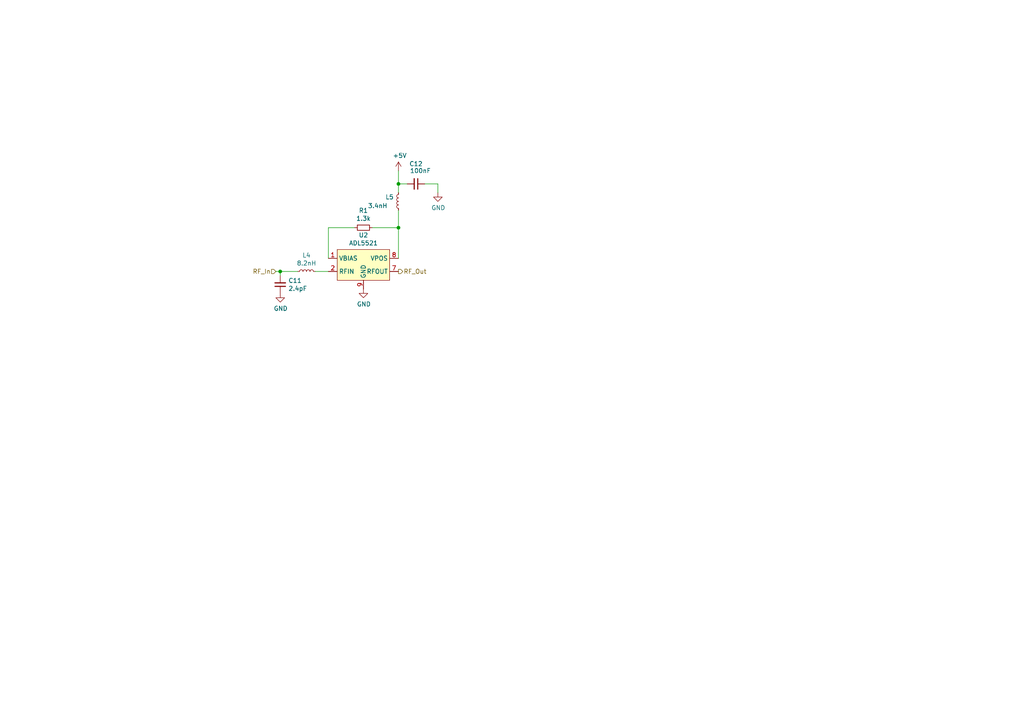
<source format=kicad_sch>
(kicad_sch (version 20211123) (generator eeschema)
  (paper "A4")
  (title_block (title "ADL5521 Amplifier Network") (date "2022-03-24") (rev "v2.0.0") (company "When HAMs Fly Senior Design Team") (comment 1 "https://github.com/MSTRocketDesignTeam/Avionics-Telemetry-PCB") (comment 2 "Board Revision 2") (comment 3 "Schematic depicting logical connections between components"))
  (lib_symbols
    (symbol "Device:C_Small" (pin_numbers hide) (pin_names (offset 0.254) hide)
      (property "Reference" "C" (at 0.254 1.778 0))
      (property "Value" "C_Small" (at 0.254 -2.032 0))
      (symbol "C_Small_0_1"
        (polyline (pts (xy -1.524 -0.508) (xy 1.524 -0.508)) (stroke (width 0.3302)))
        (polyline (pts (xy -1.524 0.508) (xy 1.524 0.508)) (stroke (width 0.3048)))
      )
      (symbol "C_Small_1_1"
        (pin passive line (at 0 2.54 270) (length 2.032) (name "~") (number "1"))
        (pin passive line (at 0 -2.54 90) (length 2.032) (name "~") (number "2"))
      )
    )
    (symbol "Device:L_Small" (pin_numbers hide) (pin_names (offset 0.254) hide)
      (property "Reference" "L" (at 0.762 1.016 0))
      (property "Value" "L_Small" (at 0.762 -1.016 0))
      (symbol "L_Small_0_1"
        (arc (start 0 -2.032) (mid 0.508 -1.524) (end 0 -1.016))
        (arc (start 0 -1.016) (mid 0.508 -0.508) (end 0 0))
        (arc (start 0 0) (mid 0.508 0.508) (end 0 1.016))
        (arc (start 0 1.016) (mid 0.508 1.524) (end 0 2.032))
      )
      (symbol "L_Small_1_1"
        (pin passive line (at 0 2.54 270) (length 0.508) (name "~") (number "1"))
        (pin passive line (at 0 -2.54 90) (length 0.508) (name "~") (number "2"))
      )
    )
    (symbol "Device:R_Small" (pin_numbers hide) (pin_names (offset 0.254) hide)
      (property "Reference" "R" (at 0.762 0.508 0))
      (property "Value" "R_Small" (at 0.762 -1.016 0))
      (symbol "R_Small_0_1"
        (rectangle (start -0.762 1.778) (end 0.762 -1.778) (stroke (width 0.2032)))
      )
      (symbol "R_Small_1_1"
        (pin passive line (at 0 2.54 270) (length 0.762) (name "~") (number "1"))
        (pin passive line (at 0 -2.54 90) (length 0.762) (name "~") (number "2"))
      )
    )
    (symbol "RDT_Custom_Symbols:ADL5521"
      (property "Reference" "U" (at 7.62 3.81 0))
      (property "Value" "ADL5521" (at 7.62 1.27 0))
      (symbol "ADL5521_0_1"
        (rectangle (start 0 0) (end 15.24 -8.89) (fill (type background)))
      )
      (symbol "ADL5521_1_1"
        (pin input line (at -2.54 -2.54 0) (length 2.54) (name "VBIAS") (number "1"))
        (pin input line (at -2.54 -6.35 0) (length 2.54) (name "RFIN") (number "2"))
        (pin output line (at 17.78 -6.35 180) (length 2.54) (name "RFOUT") (number "7"))
        (pin input line (at 17.78 -2.54 180) (length 2.54) (name "VPOS") (number "8"))
        (pin input line (at 7.62 -11.43 90) (length 2.54) (name "GND") (number "9"))
      )
    )
    (symbol "power:+5V" (power) (pin_names (offset 0))
      (property "Value" "+5V" (at 0 3.556 0))
      (symbol "+5V_0_1"
        (polyline (pts (xy -0.762 1.27) (xy 0 2.54)))
        (polyline (pts (xy 0 0) (xy 0 2.54)))
        (polyline (pts (xy 0 2.54) (xy 0.762 1.27)))
      )
      (symbol "+5V_1_1"
        (pin power_in line (at 0 0 90) (length 0) hide (name "+5V") (number "1"))
      )
    )
    (symbol "power:GND" (power) (pin_names (offset 0))
      (property "Value" "GND" (at 0 -3.81 0))
      (symbol "GND_0_1"
        (polyline (pts (xy 0 0) (xy 0 -1.27) (xy 1.27 -1.27) (xy 0 -2.54) (xy -1.27 -1.27) (xy 0 -1.27)))
      )
      (symbol "GND_1_1"
        (pin power_in line (at 0 0 270) (length 0) hide (name "GND") (number "1"))
      )
    )
  )
  (junction (at 81.28 78.74))
  (junction (at 115.57 53.34))
  (junction (at 115.57 66.04))
  (wire (pts (xy 127 53.34) (xy 123.19 53.34)))
  (wire (pts (xy 127 55.88) (xy 127 53.34)))
  (wire (pts (xy 86.36 78.74) (xy 81.28 78.74)))
  (wire (pts (xy 81.28 78.74) (xy 81.28 80.01)))
  (wire (pts (xy 115.57 49.53) (xy 115.57 53.34)))
  (wire (pts (xy 115.57 53.34) (xy 115.57 55.88)))
  (wire (pts (xy 115.57 60.96) (xy 115.57 66.04)))
  (wire (pts (xy 80.01 78.74) (xy 81.28 78.74)))
  (wire (pts (xy 91.44 78.74) (xy 95.25 78.74)))
  (wire (pts (xy 102.87 66.04) (xy 95.25 66.04)))
  (wire (pts (xy 95.25 66.04) (xy 95.25 74.93)))
  (wire (pts (xy 115.57 53.34) (xy 118.11 53.34)))
  (wire (pts (xy 115.57 66.04) (xy 115.57 74.93)))
  (wire (pts (xy 107.95 66.04) (xy 115.57 66.04)))
  (hierarchical_label "RF_Out" (shape output) (at 115.57 78.74 0))
  (hierarchical_label "RF_In" (shape input) (at 80.01 78.74 180))
  (symbol (lib_id "power:GND") (at 105.41 83.82 0) (unit 1)
    (property "Reference" "#PWR015" (effects hide))
    (property "Value" "GND" (at 105.537 88.2142 0))
  )
  (symbol (lib_id "Device:L_Small") (at 88.9 78.74 90) (unit 1)
    (property "Reference" "L4" (at 88.9 74.041 90))
    (property "Value" "8.2nH" (at 88.9 76.3524 90))
    (property "Footprint" "Inductor_SMD:L_0402_1005Metric" (effects hide))
    (property "LCSC" "C16208" (effects hide))
  )
  (symbol (lib_id "Device:C_Small") (at 81.28 82.55 180) (unit 1)
    (property "Reference" "C11" (at 83.6168 81.3816 0) (effects (justify right)))
    (property "Value" "2.4pF" (at 83.6168 83.693 0) (effects (justify right)))
    (property "Footprint" "Capacitor_SMD:C_0402_1005Metric" (effects hide))
    (property "LCSC" "C123475" (effects hide))
  )
  (symbol (lib_id "power:GND") (at 81.28 85.09 0) (unit 1)
    (property "Reference" "#PWR014" (effects hide))
    (property "Value" "GND" (at 81.407 89.4842 0))
  )
  (symbol (lib_id "RDT_Custom_Symbols:ADL5521") (at 97.79 72.39 0) (unit 1)
    (property "Reference" "U2" (at 105.41 68.199 0))
    (property "Value" "ADL5521" (at 105.41 70.5104 0))
    (property "Footprint" "Package_CSP:LFCSP-8-1EP_3x3mm_P0.5mm_EP1.45x1.74mm" (effects hide))
    (property "Datasheet" "https://www.analog.com/media/en/technical-documentation/data-sheets/ADL5521.pdf" (effects hide))
  )
  (symbol (lib_id "Device:R_Small") (at 105.41 66.04 270) (unit 1)
    (property "Reference" "R1" (at 105.41 61.0616 90))
    (property "Value" "1.3k" (at 105.41 63.373 90))
    (property "Footprint" "Resistor_SMD:R_0402_1005Metric" (effects hide))
    (property "LCSC" "C25866 " (effects hide))
  )
  (symbol (lib_id "Device:L_Small") (at 115.57 58.42 180) (unit 1)
    (property "Reference" "L5" (at 111.76 57.15 0) (effects (justify right)))
    (property "Value" "3.4nH" (at 106.68 59.69 0) (effects (justify right)))
    (property "Footprint" "Inductor_SMD:L_0402_1005Metric" (effects hide))
    (property "LCSC" "C86064" (effects hide))
  )
  (symbol (lib_id "Device:C_Small") (at 120.65 53.34 270) (unit 1)
    (property "Reference" "C12" (at 120.65 47.5234 90))
    (property "Value" "100nF" (at 121.92 49.53 90))
    (property "Footprint" "Capacitor_SMD:C_0402_1005Metric" (effects hide))
    (property "LCSC" "C123475" (effects hide))
  )
  (symbol (lib_id "power:GND") (at 127 55.88 0) (unit 1)
    (property "Reference" "#PWR017" (effects hide))
    (property "Value" "GND" (at 127.127 60.2742 0))
  )
  (symbol (lib_id "power:+5V") (at 115.57 49.53 0) (unit 1)
    (property "Reference" "#PWR016" (effects hide))
    (property "Value" "+5V" (at 115.951 45.1358 0))
  )
)
</source>
